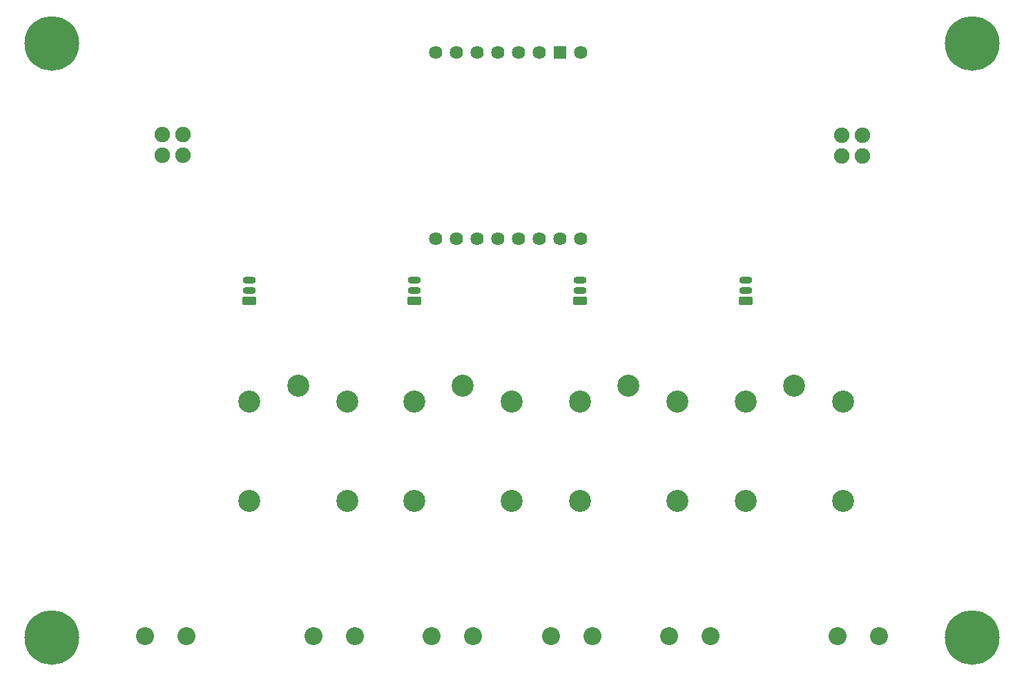
<source format=gts>
G04 Layer: TopSolderMaskLayer*
G04 EasyEDA v6.5.15, 2022-09-15 03:13:50*
G04 2db389ccdbee4c0ebea6c66897aa8e11,4bb84c5f6c124816bf94f4484d05adb3,10*
G04 Gerber Generator version 0.2*
G04 Scale: 100 percent, Rotated: No, Reflected: No *
G04 Dimensions in millimeters *
G04 leading zeros omitted , absolute positions ,4 integer and 5 decimal *
%FSLAX45Y45*%
%MOMM*%

%AMMACRO1*1,1,$1,$2,$3*1,1,$1,$4,$5*1,1,$1,0-$2,0-$3*1,1,$1,0-$4,0-$5*20,1,$1,$2,$3,$4,$5,0*20,1,$1,$4,$5,0-$2,0-$3,0*20,1,$1,0-$2,0-$3,0-$4,0-$5,0*20,1,$1,0-$4,0-$5,$2,$3,0*4,1,4,$2,$3,$4,$5,0-$2,0-$3,0-$4,0-$5,$2,$3,0*%
%ADD10C,1.9016*%
%ADD11C,2.7032*%
%ADD12C,2.2032*%
%ADD13O,1.5999968X0.8999982*%
%ADD14MACRO1,0.1016X-0.8X-0.45X-0.8X0.45*%
%ADD15C,1.6256*%
%ADD16R,1.6256X1.6256*%
%ADD17C,6.7032*%

%LPD*%
D10*
G01*
X10744200Y8763000D03*
G01*
X10744200Y9017000D03*
G01*
X10998200Y8763000D03*
G01*
X10998200Y9017000D03*
G01*
X2667000Y9029700D03*
G01*
X2667000Y8775700D03*
G01*
X2413000Y9029700D03*
G01*
X2413000Y8775700D03*
D11*
G01*
X3476396Y5749289D03*
G01*
X4676393Y5749289D03*
G01*
X4076395Y5949314D03*
G01*
X4676393Y4529302D03*
G01*
X3476396Y4529302D03*
G01*
X5495696Y5749289D03*
G01*
X6695693Y5749289D03*
G01*
X6095695Y5949314D03*
G01*
X6695693Y4529302D03*
G01*
X5495696Y4529302D03*
G01*
X7527696Y5749289D03*
G01*
X8727693Y5749289D03*
G01*
X8127695Y5949314D03*
G01*
X8727693Y4529302D03*
G01*
X7527696Y4529302D03*
G01*
X9559696Y5749289D03*
G01*
X10759693Y5749289D03*
G01*
X10159695Y5949314D03*
G01*
X10759693Y4529302D03*
G01*
X9559696Y4529302D03*
D12*
G01*
X4267200Y2870200D03*
G01*
X4775200Y2870200D03*
G01*
X5715000Y2870200D03*
G01*
X6223000Y2870200D03*
G01*
X7175500Y2870200D03*
G01*
X7683500Y2870200D03*
G01*
X8623300Y2870200D03*
G01*
X9131300Y2870200D03*
G01*
X2197100Y2870200D03*
G01*
X2705100Y2870200D03*
G01*
X10693400Y2870200D03*
G01*
X11201400Y2870200D03*
D13*
G01*
X3479800Y7239000D03*
G01*
X3479800Y7112000D03*
D14*
G01*
X3479800Y6985001D03*
D13*
G01*
X5499100Y7239000D03*
G01*
X5499100Y7112000D03*
D14*
G01*
X5499100Y6985001D03*
D13*
G01*
X7531100Y7239000D03*
G01*
X7531100Y7112000D03*
D14*
G01*
X7531100Y6985001D03*
D13*
G01*
X9563100Y7239000D03*
G01*
X9563100Y7112000D03*
D14*
G01*
X9563100Y6985001D03*
D15*
G01*
X7543800Y10033000D03*
D16*
G01*
X7289800Y10033000D03*
D15*
G01*
X7035800Y10033000D03*
G01*
X6781800Y10033000D03*
G01*
X6527800Y10033000D03*
G01*
X6273800Y10033000D03*
G01*
X6019800Y10033000D03*
G01*
X5765800Y10033000D03*
G01*
X7543800Y7747000D03*
G01*
X7289800Y7747000D03*
G01*
X7035800Y7747000D03*
G01*
X6781800Y7747000D03*
G01*
X6527800Y7747000D03*
G01*
X6273800Y7747000D03*
G01*
X6019800Y7747000D03*
G01*
X5765800Y7747000D03*
D17*
G01*
X12344400Y10147300D03*
G01*
X12344400Y2857500D03*
G01*
X1054100Y2857500D03*
G01*
X1054100Y10147300D03*
M02*

</source>
